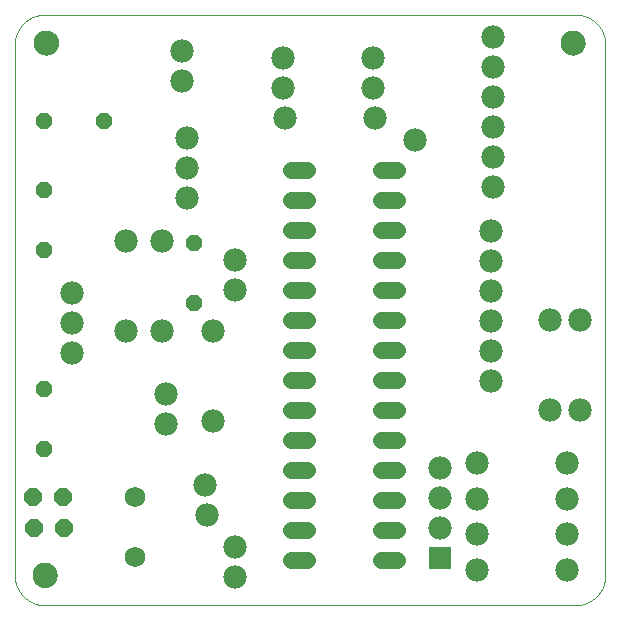
<source format=gts>
G75*
%MOIN*%
%OFA0B0*%
%FSLAX25Y25*%
%IPPOS*%
%LPD*%
%AMOC8*
5,1,8,0,0,1.08239X$1,22.5*
%
%ADD10C,0.00000*%
%ADD11C,0.08274*%
%ADD12C,0.05600*%
%ADD13OC8,0.05600*%
%ADD14OC8,0.06000*%
%ADD15C,0.06900*%
%ADD16C,0.07800*%
%ADD17R,0.07800X0.07800*%
D10*
X0037233Y0047233D02*
X0037233Y0224083D01*
X0037236Y0224325D01*
X0037245Y0224566D01*
X0037259Y0224807D01*
X0037280Y0225048D01*
X0037306Y0225288D01*
X0037338Y0225528D01*
X0037376Y0225767D01*
X0037419Y0226004D01*
X0037469Y0226241D01*
X0037524Y0226476D01*
X0037584Y0226710D01*
X0037651Y0226942D01*
X0037722Y0227173D01*
X0037800Y0227402D01*
X0037883Y0227629D01*
X0037971Y0227854D01*
X0038065Y0228077D01*
X0038164Y0228297D01*
X0038269Y0228515D01*
X0038378Y0228730D01*
X0038493Y0228943D01*
X0038613Y0229153D01*
X0038738Y0229359D01*
X0038868Y0229563D01*
X0039003Y0229764D01*
X0039143Y0229961D01*
X0039287Y0230155D01*
X0039436Y0230345D01*
X0039590Y0230531D01*
X0039748Y0230714D01*
X0039910Y0230893D01*
X0040077Y0231068D01*
X0040248Y0231239D01*
X0040423Y0231406D01*
X0040602Y0231568D01*
X0040785Y0231726D01*
X0040971Y0231880D01*
X0041161Y0232029D01*
X0041355Y0232173D01*
X0041552Y0232313D01*
X0041753Y0232448D01*
X0041957Y0232578D01*
X0042163Y0232703D01*
X0042373Y0232823D01*
X0042586Y0232938D01*
X0042801Y0233047D01*
X0043019Y0233152D01*
X0043239Y0233251D01*
X0043462Y0233345D01*
X0043687Y0233433D01*
X0043914Y0233516D01*
X0044143Y0233594D01*
X0044374Y0233665D01*
X0044606Y0233732D01*
X0044840Y0233792D01*
X0045075Y0233847D01*
X0045312Y0233897D01*
X0045549Y0233940D01*
X0045788Y0233978D01*
X0046028Y0234010D01*
X0046268Y0234036D01*
X0046509Y0234057D01*
X0046750Y0234071D01*
X0046991Y0234080D01*
X0047233Y0234083D01*
X0224083Y0234083D01*
X0219296Y0224733D02*
X0219298Y0224858D01*
X0219304Y0224983D01*
X0219314Y0225107D01*
X0219328Y0225231D01*
X0219345Y0225355D01*
X0219367Y0225478D01*
X0219393Y0225600D01*
X0219422Y0225722D01*
X0219455Y0225842D01*
X0219493Y0225961D01*
X0219533Y0226080D01*
X0219578Y0226196D01*
X0219626Y0226311D01*
X0219678Y0226425D01*
X0219734Y0226537D01*
X0219793Y0226647D01*
X0219855Y0226755D01*
X0219921Y0226862D01*
X0219990Y0226966D01*
X0220063Y0227067D01*
X0220138Y0227167D01*
X0220217Y0227264D01*
X0220299Y0227358D01*
X0220384Y0227450D01*
X0220471Y0227539D01*
X0220562Y0227625D01*
X0220655Y0227708D01*
X0220751Y0227789D01*
X0220849Y0227866D01*
X0220949Y0227940D01*
X0221052Y0228011D01*
X0221157Y0228078D01*
X0221265Y0228143D01*
X0221374Y0228203D01*
X0221485Y0228261D01*
X0221598Y0228314D01*
X0221712Y0228364D01*
X0221828Y0228411D01*
X0221945Y0228453D01*
X0222064Y0228492D01*
X0222184Y0228528D01*
X0222305Y0228559D01*
X0222427Y0228587D01*
X0222549Y0228610D01*
X0222673Y0228630D01*
X0222797Y0228646D01*
X0222921Y0228658D01*
X0223046Y0228666D01*
X0223171Y0228670D01*
X0223295Y0228670D01*
X0223420Y0228666D01*
X0223545Y0228658D01*
X0223669Y0228646D01*
X0223793Y0228630D01*
X0223917Y0228610D01*
X0224039Y0228587D01*
X0224161Y0228559D01*
X0224282Y0228528D01*
X0224402Y0228492D01*
X0224521Y0228453D01*
X0224638Y0228411D01*
X0224754Y0228364D01*
X0224868Y0228314D01*
X0224981Y0228261D01*
X0225092Y0228203D01*
X0225202Y0228143D01*
X0225309Y0228078D01*
X0225414Y0228011D01*
X0225517Y0227940D01*
X0225617Y0227866D01*
X0225715Y0227789D01*
X0225811Y0227708D01*
X0225904Y0227625D01*
X0225995Y0227539D01*
X0226082Y0227450D01*
X0226167Y0227358D01*
X0226249Y0227264D01*
X0226328Y0227167D01*
X0226403Y0227067D01*
X0226476Y0226966D01*
X0226545Y0226862D01*
X0226611Y0226755D01*
X0226673Y0226647D01*
X0226732Y0226537D01*
X0226788Y0226425D01*
X0226840Y0226311D01*
X0226888Y0226196D01*
X0226933Y0226080D01*
X0226973Y0225961D01*
X0227011Y0225842D01*
X0227044Y0225722D01*
X0227073Y0225600D01*
X0227099Y0225478D01*
X0227121Y0225355D01*
X0227138Y0225231D01*
X0227152Y0225107D01*
X0227162Y0224983D01*
X0227168Y0224858D01*
X0227170Y0224733D01*
X0227168Y0224608D01*
X0227162Y0224483D01*
X0227152Y0224359D01*
X0227138Y0224235D01*
X0227121Y0224111D01*
X0227099Y0223988D01*
X0227073Y0223866D01*
X0227044Y0223744D01*
X0227011Y0223624D01*
X0226973Y0223505D01*
X0226933Y0223386D01*
X0226888Y0223270D01*
X0226840Y0223155D01*
X0226788Y0223041D01*
X0226732Y0222929D01*
X0226673Y0222819D01*
X0226611Y0222711D01*
X0226545Y0222604D01*
X0226476Y0222500D01*
X0226403Y0222399D01*
X0226328Y0222299D01*
X0226249Y0222202D01*
X0226167Y0222108D01*
X0226082Y0222016D01*
X0225995Y0221927D01*
X0225904Y0221841D01*
X0225811Y0221758D01*
X0225715Y0221677D01*
X0225617Y0221600D01*
X0225517Y0221526D01*
X0225414Y0221455D01*
X0225309Y0221388D01*
X0225201Y0221323D01*
X0225092Y0221263D01*
X0224981Y0221205D01*
X0224868Y0221152D01*
X0224754Y0221102D01*
X0224638Y0221055D01*
X0224521Y0221013D01*
X0224402Y0220974D01*
X0224282Y0220938D01*
X0224161Y0220907D01*
X0224039Y0220879D01*
X0223917Y0220856D01*
X0223793Y0220836D01*
X0223669Y0220820D01*
X0223545Y0220808D01*
X0223420Y0220800D01*
X0223295Y0220796D01*
X0223171Y0220796D01*
X0223046Y0220800D01*
X0222921Y0220808D01*
X0222797Y0220820D01*
X0222673Y0220836D01*
X0222549Y0220856D01*
X0222427Y0220879D01*
X0222305Y0220907D01*
X0222184Y0220938D01*
X0222064Y0220974D01*
X0221945Y0221013D01*
X0221828Y0221055D01*
X0221712Y0221102D01*
X0221598Y0221152D01*
X0221485Y0221205D01*
X0221374Y0221263D01*
X0221264Y0221323D01*
X0221157Y0221388D01*
X0221052Y0221455D01*
X0220949Y0221526D01*
X0220849Y0221600D01*
X0220751Y0221677D01*
X0220655Y0221758D01*
X0220562Y0221841D01*
X0220471Y0221927D01*
X0220384Y0222016D01*
X0220299Y0222108D01*
X0220217Y0222202D01*
X0220138Y0222299D01*
X0220063Y0222399D01*
X0219990Y0222500D01*
X0219921Y0222604D01*
X0219855Y0222711D01*
X0219793Y0222819D01*
X0219734Y0222929D01*
X0219678Y0223041D01*
X0219626Y0223155D01*
X0219578Y0223270D01*
X0219533Y0223386D01*
X0219493Y0223505D01*
X0219455Y0223624D01*
X0219422Y0223744D01*
X0219393Y0223866D01*
X0219367Y0223988D01*
X0219345Y0224111D01*
X0219328Y0224235D01*
X0219314Y0224359D01*
X0219304Y0224483D01*
X0219298Y0224608D01*
X0219296Y0224733D01*
X0224083Y0234083D02*
X0224325Y0234080D01*
X0224566Y0234071D01*
X0224807Y0234057D01*
X0225048Y0234036D01*
X0225288Y0234010D01*
X0225528Y0233978D01*
X0225767Y0233940D01*
X0226004Y0233897D01*
X0226241Y0233847D01*
X0226476Y0233792D01*
X0226710Y0233732D01*
X0226942Y0233665D01*
X0227173Y0233594D01*
X0227402Y0233516D01*
X0227629Y0233433D01*
X0227854Y0233345D01*
X0228077Y0233251D01*
X0228297Y0233152D01*
X0228515Y0233047D01*
X0228730Y0232938D01*
X0228943Y0232823D01*
X0229153Y0232703D01*
X0229359Y0232578D01*
X0229563Y0232448D01*
X0229764Y0232313D01*
X0229961Y0232173D01*
X0230155Y0232029D01*
X0230345Y0231880D01*
X0230531Y0231726D01*
X0230714Y0231568D01*
X0230893Y0231406D01*
X0231068Y0231239D01*
X0231239Y0231068D01*
X0231406Y0230893D01*
X0231568Y0230714D01*
X0231726Y0230531D01*
X0231880Y0230345D01*
X0232029Y0230155D01*
X0232173Y0229961D01*
X0232313Y0229764D01*
X0232448Y0229563D01*
X0232578Y0229359D01*
X0232703Y0229153D01*
X0232823Y0228943D01*
X0232938Y0228730D01*
X0233047Y0228515D01*
X0233152Y0228297D01*
X0233251Y0228077D01*
X0233345Y0227854D01*
X0233433Y0227629D01*
X0233516Y0227402D01*
X0233594Y0227173D01*
X0233665Y0226942D01*
X0233732Y0226710D01*
X0233792Y0226476D01*
X0233847Y0226241D01*
X0233897Y0226004D01*
X0233940Y0225767D01*
X0233978Y0225528D01*
X0234010Y0225288D01*
X0234036Y0225048D01*
X0234057Y0224807D01*
X0234071Y0224566D01*
X0234080Y0224325D01*
X0234083Y0224083D01*
X0234083Y0047233D01*
X0234080Y0046991D01*
X0234071Y0046750D01*
X0234057Y0046509D01*
X0234036Y0046268D01*
X0234010Y0046028D01*
X0233978Y0045788D01*
X0233940Y0045549D01*
X0233897Y0045312D01*
X0233847Y0045075D01*
X0233792Y0044840D01*
X0233732Y0044606D01*
X0233665Y0044374D01*
X0233594Y0044143D01*
X0233516Y0043914D01*
X0233433Y0043687D01*
X0233345Y0043462D01*
X0233251Y0043239D01*
X0233152Y0043019D01*
X0233047Y0042801D01*
X0232938Y0042586D01*
X0232823Y0042373D01*
X0232703Y0042163D01*
X0232578Y0041957D01*
X0232448Y0041753D01*
X0232313Y0041552D01*
X0232173Y0041355D01*
X0232029Y0041161D01*
X0231880Y0040971D01*
X0231726Y0040785D01*
X0231568Y0040602D01*
X0231406Y0040423D01*
X0231239Y0040248D01*
X0231068Y0040077D01*
X0230893Y0039910D01*
X0230714Y0039748D01*
X0230531Y0039590D01*
X0230345Y0039436D01*
X0230155Y0039287D01*
X0229961Y0039143D01*
X0229764Y0039003D01*
X0229563Y0038868D01*
X0229359Y0038738D01*
X0229153Y0038613D01*
X0228943Y0038493D01*
X0228730Y0038378D01*
X0228515Y0038269D01*
X0228297Y0038164D01*
X0228077Y0038065D01*
X0227854Y0037971D01*
X0227629Y0037883D01*
X0227402Y0037800D01*
X0227173Y0037722D01*
X0226942Y0037651D01*
X0226710Y0037584D01*
X0226476Y0037524D01*
X0226241Y0037469D01*
X0226004Y0037419D01*
X0225767Y0037376D01*
X0225528Y0037338D01*
X0225288Y0037306D01*
X0225048Y0037280D01*
X0224807Y0037259D01*
X0224566Y0037245D01*
X0224325Y0037236D01*
X0224083Y0037233D01*
X0047233Y0037233D01*
X0043296Y0047233D02*
X0043298Y0047358D01*
X0043304Y0047483D01*
X0043314Y0047607D01*
X0043328Y0047731D01*
X0043345Y0047855D01*
X0043367Y0047978D01*
X0043393Y0048100D01*
X0043422Y0048222D01*
X0043455Y0048342D01*
X0043493Y0048461D01*
X0043533Y0048580D01*
X0043578Y0048696D01*
X0043626Y0048811D01*
X0043678Y0048925D01*
X0043734Y0049037D01*
X0043793Y0049147D01*
X0043855Y0049255D01*
X0043921Y0049362D01*
X0043990Y0049466D01*
X0044063Y0049567D01*
X0044138Y0049667D01*
X0044217Y0049764D01*
X0044299Y0049858D01*
X0044384Y0049950D01*
X0044471Y0050039D01*
X0044562Y0050125D01*
X0044655Y0050208D01*
X0044751Y0050289D01*
X0044849Y0050366D01*
X0044949Y0050440D01*
X0045052Y0050511D01*
X0045157Y0050578D01*
X0045265Y0050643D01*
X0045374Y0050703D01*
X0045485Y0050761D01*
X0045598Y0050814D01*
X0045712Y0050864D01*
X0045828Y0050911D01*
X0045945Y0050953D01*
X0046064Y0050992D01*
X0046184Y0051028D01*
X0046305Y0051059D01*
X0046427Y0051087D01*
X0046549Y0051110D01*
X0046673Y0051130D01*
X0046797Y0051146D01*
X0046921Y0051158D01*
X0047046Y0051166D01*
X0047171Y0051170D01*
X0047295Y0051170D01*
X0047420Y0051166D01*
X0047545Y0051158D01*
X0047669Y0051146D01*
X0047793Y0051130D01*
X0047917Y0051110D01*
X0048039Y0051087D01*
X0048161Y0051059D01*
X0048282Y0051028D01*
X0048402Y0050992D01*
X0048521Y0050953D01*
X0048638Y0050911D01*
X0048754Y0050864D01*
X0048868Y0050814D01*
X0048981Y0050761D01*
X0049092Y0050703D01*
X0049202Y0050643D01*
X0049309Y0050578D01*
X0049414Y0050511D01*
X0049517Y0050440D01*
X0049617Y0050366D01*
X0049715Y0050289D01*
X0049811Y0050208D01*
X0049904Y0050125D01*
X0049995Y0050039D01*
X0050082Y0049950D01*
X0050167Y0049858D01*
X0050249Y0049764D01*
X0050328Y0049667D01*
X0050403Y0049567D01*
X0050476Y0049466D01*
X0050545Y0049362D01*
X0050611Y0049255D01*
X0050673Y0049147D01*
X0050732Y0049037D01*
X0050788Y0048925D01*
X0050840Y0048811D01*
X0050888Y0048696D01*
X0050933Y0048580D01*
X0050973Y0048461D01*
X0051011Y0048342D01*
X0051044Y0048222D01*
X0051073Y0048100D01*
X0051099Y0047978D01*
X0051121Y0047855D01*
X0051138Y0047731D01*
X0051152Y0047607D01*
X0051162Y0047483D01*
X0051168Y0047358D01*
X0051170Y0047233D01*
X0051168Y0047108D01*
X0051162Y0046983D01*
X0051152Y0046859D01*
X0051138Y0046735D01*
X0051121Y0046611D01*
X0051099Y0046488D01*
X0051073Y0046366D01*
X0051044Y0046244D01*
X0051011Y0046124D01*
X0050973Y0046005D01*
X0050933Y0045886D01*
X0050888Y0045770D01*
X0050840Y0045655D01*
X0050788Y0045541D01*
X0050732Y0045429D01*
X0050673Y0045319D01*
X0050611Y0045211D01*
X0050545Y0045104D01*
X0050476Y0045000D01*
X0050403Y0044899D01*
X0050328Y0044799D01*
X0050249Y0044702D01*
X0050167Y0044608D01*
X0050082Y0044516D01*
X0049995Y0044427D01*
X0049904Y0044341D01*
X0049811Y0044258D01*
X0049715Y0044177D01*
X0049617Y0044100D01*
X0049517Y0044026D01*
X0049414Y0043955D01*
X0049309Y0043888D01*
X0049201Y0043823D01*
X0049092Y0043763D01*
X0048981Y0043705D01*
X0048868Y0043652D01*
X0048754Y0043602D01*
X0048638Y0043555D01*
X0048521Y0043513D01*
X0048402Y0043474D01*
X0048282Y0043438D01*
X0048161Y0043407D01*
X0048039Y0043379D01*
X0047917Y0043356D01*
X0047793Y0043336D01*
X0047669Y0043320D01*
X0047545Y0043308D01*
X0047420Y0043300D01*
X0047295Y0043296D01*
X0047171Y0043296D01*
X0047046Y0043300D01*
X0046921Y0043308D01*
X0046797Y0043320D01*
X0046673Y0043336D01*
X0046549Y0043356D01*
X0046427Y0043379D01*
X0046305Y0043407D01*
X0046184Y0043438D01*
X0046064Y0043474D01*
X0045945Y0043513D01*
X0045828Y0043555D01*
X0045712Y0043602D01*
X0045598Y0043652D01*
X0045485Y0043705D01*
X0045374Y0043763D01*
X0045264Y0043823D01*
X0045157Y0043888D01*
X0045052Y0043955D01*
X0044949Y0044026D01*
X0044849Y0044100D01*
X0044751Y0044177D01*
X0044655Y0044258D01*
X0044562Y0044341D01*
X0044471Y0044427D01*
X0044384Y0044516D01*
X0044299Y0044608D01*
X0044217Y0044702D01*
X0044138Y0044799D01*
X0044063Y0044899D01*
X0043990Y0045000D01*
X0043921Y0045104D01*
X0043855Y0045211D01*
X0043793Y0045319D01*
X0043734Y0045429D01*
X0043678Y0045541D01*
X0043626Y0045655D01*
X0043578Y0045770D01*
X0043533Y0045886D01*
X0043493Y0046005D01*
X0043455Y0046124D01*
X0043422Y0046244D01*
X0043393Y0046366D01*
X0043367Y0046488D01*
X0043345Y0046611D01*
X0043328Y0046735D01*
X0043314Y0046859D01*
X0043304Y0046983D01*
X0043298Y0047108D01*
X0043296Y0047233D01*
X0037233Y0047233D02*
X0037236Y0046991D01*
X0037245Y0046750D01*
X0037259Y0046509D01*
X0037280Y0046268D01*
X0037306Y0046028D01*
X0037338Y0045788D01*
X0037376Y0045549D01*
X0037419Y0045312D01*
X0037469Y0045075D01*
X0037524Y0044840D01*
X0037584Y0044606D01*
X0037651Y0044374D01*
X0037722Y0044143D01*
X0037800Y0043914D01*
X0037883Y0043687D01*
X0037971Y0043462D01*
X0038065Y0043239D01*
X0038164Y0043019D01*
X0038269Y0042801D01*
X0038378Y0042586D01*
X0038493Y0042373D01*
X0038613Y0042163D01*
X0038738Y0041957D01*
X0038868Y0041753D01*
X0039003Y0041552D01*
X0039143Y0041355D01*
X0039287Y0041161D01*
X0039436Y0040971D01*
X0039590Y0040785D01*
X0039748Y0040602D01*
X0039910Y0040423D01*
X0040077Y0040248D01*
X0040248Y0040077D01*
X0040423Y0039910D01*
X0040602Y0039748D01*
X0040785Y0039590D01*
X0040971Y0039436D01*
X0041161Y0039287D01*
X0041355Y0039143D01*
X0041552Y0039003D01*
X0041753Y0038868D01*
X0041957Y0038738D01*
X0042163Y0038613D01*
X0042373Y0038493D01*
X0042586Y0038378D01*
X0042801Y0038269D01*
X0043019Y0038164D01*
X0043239Y0038065D01*
X0043462Y0037971D01*
X0043687Y0037883D01*
X0043914Y0037800D01*
X0044143Y0037722D01*
X0044374Y0037651D01*
X0044606Y0037584D01*
X0044840Y0037524D01*
X0045075Y0037469D01*
X0045312Y0037419D01*
X0045549Y0037376D01*
X0045788Y0037338D01*
X0046028Y0037306D01*
X0046268Y0037280D01*
X0046509Y0037259D01*
X0046750Y0037245D01*
X0046991Y0037236D01*
X0047233Y0037233D01*
X0043796Y0224733D02*
X0043798Y0224858D01*
X0043804Y0224983D01*
X0043814Y0225107D01*
X0043828Y0225231D01*
X0043845Y0225355D01*
X0043867Y0225478D01*
X0043893Y0225600D01*
X0043922Y0225722D01*
X0043955Y0225842D01*
X0043993Y0225961D01*
X0044033Y0226080D01*
X0044078Y0226196D01*
X0044126Y0226311D01*
X0044178Y0226425D01*
X0044234Y0226537D01*
X0044293Y0226647D01*
X0044355Y0226755D01*
X0044421Y0226862D01*
X0044490Y0226966D01*
X0044563Y0227067D01*
X0044638Y0227167D01*
X0044717Y0227264D01*
X0044799Y0227358D01*
X0044884Y0227450D01*
X0044971Y0227539D01*
X0045062Y0227625D01*
X0045155Y0227708D01*
X0045251Y0227789D01*
X0045349Y0227866D01*
X0045449Y0227940D01*
X0045552Y0228011D01*
X0045657Y0228078D01*
X0045765Y0228143D01*
X0045874Y0228203D01*
X0045985Y0228261D01*
X0046098Y0228314D01*
X0046212Y0228364D01*
X0046328Y0228411D01*
X0046445Y0228453D01*
X0046564Y0228492D01*
X0046684Y0228528D01*
X0046805Y0228559D01*
X0046927Y0228587D01*
X0047049Y0228610D01*
X0047173Y0228630D01*
X0047297Y0228646D01*
X0047421Y0228658D01*
X0047546Y0228666D01*
X0047671Y0228670D01*
X0047795Y0228670D01*
X0047920Y0228666D01*
X0048045Y0228658D01*
X0048169Y0228646D01*
X0048293Y0228630D01*
X0048417Y0228610D01*
X0048539Y0228587D01*
X0048661Y0228559D01*
X0048782Y0228528D01*
X0048902Y0228492D01*
X0049021Y0228453D01*
X0049138Y0228411D01*
X0049254Y0228364D01*
X0049368Y0228314D01*
X0049481Y0228261D01*
X0049592Y0228203D01*
X0049702Y0228143D01*
X0049809Y0228078D01*
X0049914Y0228011D01*
X0050017Y0227940D01*
X0050117Y0227866D01*
X0050215Y0227789D01*
X0050311Y0227708D01*
X0050404Y0227625D01*
X0050495Y0227539D01*
X0050582Y0227450D01*
X0050667Y0227358D01*
X0050749Y0227264D01*
X0050828Y0227167D01*
X0050903Y0227067D01*
X0050976Y0226966D01*
X0051045Y0226862D01*
X0051111Y0226755D01*
X0051173Y0226647D01*
X0051232Y0226537D01*
X0051288Y0226425D01*
X0051340Y0226311D01*
X0051388Y0226196D01*
X0051433Y0226080D01*
X0051473Y0225961D01*
X0051511Y0225842D01*
X0051544Y0225722D01*
X0051573Y0225600D01*
X0051599Y0225478D01*
X0051621Y0225355D01*
X0051638Y0225231D01*
X0051652Y0225107D01*
X0051662Y0224983D01*
X0051668Y0224858D01*
X0051670Y0224733D01*
X0051668Y0224608D01*
X0051662Y0224483D01*
X0051652Y0224359D01*
X0051638Y0224235D01*
X0051621Y0224111D01*
X0051599Y0223988D01*
X0051573Y0223866D01*
X0051544Y0223744D01*
X0051511Y0223624D01*
X0051473Y0223505D01*
X0051433Y0223386D01*
X0051388Y0223270D01*
X0051340Y0223155D01*
X0051288Y0223041D01*
X0051232Y0222929D01*
X0051173Y0222819D01*
X0051111Y0222711D01*
X0051045Y0222604D01*
X0050976Y0222500D01*
X0050903Y0222399D01*
X0050828Y0222299D01*
X0050749Y0222202D01*
X0050667Y0222108D01*
X0050582Y0222016D01*
X0050495Y0221927D01*
X0050404Y0221841D01*
X0050311Y0221758D01*
X0050215Y0221677D01*
X0050117Y0221600D01*
X0050017Y0221526D01*
X0049914Y0221455D01*
X0049809Y0221388D01*
X0049701Y0221323D01*
X0049592Y0221263D01*
X0049481Y0221205D01*
X0049368Y0221152D01*
X0049254Y0221102D01*
X0049138Y0221055D01*
X0049021Y0221013D01*
X0048902Y0220974D01*
X0048782Y0220938D01*
X0048661Y0220907D01*
X0048539Y0220879D01*
X0048417Y0220856D01*
X0048293Y0220836D01*
X0048169Y0220820D01*
X0048045Y0220808D01*
X0047920Y0220800D01*
X0047795Y0220796D01*
X0047671Y0220796D01*
X0047546Y0220800D01*
X0047421Y0220808D01*
X0047297Y0220820D01*
X0047173Y0220836D01*
X0047049Y0220856D01*
X0046927Y0220879D01*
X0046805Y0220907D01*
X0046684Y0220938D01*
X0046564Y0220974D01*
X0046445Y0221013D01*
X0046328Y0221055D01*
X0046212Y0221102D01*
X0046098Y0221152D01*
X0045985Y0221205D01*
X0045874Y0221263D01*
X0045764Y0221323D01*
X0045657Y0221388D01*
X0045552Y0221455D01*
X0045449Y0221526D01*
X0045349Y0221600D01*
X0045251Y0221677D01*
X0045155Y0221758D01*
X0045062Y0221841D01*
X0044971Y0221927D01*
X0044884Y0222016D01*
X0044799Y0222108D01*
X0044717Y0222202D01*
X0044638Y0222299D01*
X0044563Y0222399D01*
X0044490Y0222500D01*
X0044421Y0222604D01*
X0044355Y0222711D01*
X0044293Y0222819D01*
X0044234Y0222929D01*
X0044178Y0223041D01*
X0044126Y0223155D01*
X0044078Y0223270D01*
X0044033Y0223386D01*
X0043993Y0223505D01*
X0043955Y0223624D01*
X0043922Y0223744D01*
X0043893Y0223866D01*
X0043867Y0223988D01*
X0043845Y0224111D01*
X0043828Y0224235D01*
X0043814Y0224359D01*
X0043804Y0224483D01*
X0043798Y0224608D01*
X0043796Y0224733D01*
D11*
X0047733Y0224733D03*
X0223233Y0224733D03*
X0047233Y0047233D03*
D12*
X0129389Y0052233D02*
X0134589Y0052233D01*
X0134589Y0062233D02*
X0129389Y0062233D01*
X0129389Y0072233D02*
X0134589Y0072233D01*
X0134589Y0082233D02*
X0129389Y0082233D01*
X0129389Y0092233D02*
X0134589Y0092233D01*
X0134589Y0102233D02*
X0129389Y0102233D01*
X0129389Y0112233D02*
X0134589Y0112233D01*
X0134589Y0122233D02*
X0129389Y0122233D01*
X0129389Y0132233D02*
X0134589Y0132233D01*
X0134589Y0142233D02*
X0129389Y0142233D01*
X0129389Y0152233D02*
X0134589Y0152233D01*
X0134589Y0162233D02*
X0129389Y0162233D01*
X0129389Y0172233D02*
X0134589Y0172233D01*
X0134589Y0182233D02*
X0129389Y0182233D01*
X0159389Y0182233D02*
X0164589Y0182233D01*
X0164589Y0172233D02*
X0159389Y0172233D01*
X0159389Y0162233D02*
X0164589Y0162233D01*
X0164589Y0152233D02*
X0159389Y0152233D01*
X0159389Y0142233D02*
X0164589Y0142233D01*
X0164589Y0132233D02*
X0159389Y0132233D01*
X0159389Y0122233D02*
X0164589Y0122233D01*
X0164589Y0112233D02*
X0159389Y0112233D01*
X0159389Y0102233D02*
X0164589Y0102233D01*
X0164589Y0092233D02*
X0159389Y0092233D01*
X0159389Y0082233D02*
X0164589Y0082233D01*
X0164589Y0072233D02*
X0159389Y0072233D01*
X0159389Y0062233D02*
X0164589Y0062233D01*
X0164589Y0052233D02*
X0159389Y0052233D01*
D13*
X0096973Y0137843D03*
X0096973Y0157843D03*
X0066855Y0198650D03*
X0046855Y0198650D03*
X0046973Y0175580D03*
X0046973Y0155580D03*
X0046993Y0109324D03*
X0046993Y0089324D03*
D14*
X0043272Y0073296D03*
X0053272Y0073296D03*
X0053784Y0063115D03*
X0043784Y0063115D03*
D15*
X0077406Y0053217D03*
X0077406Y0073217D03*
D16*
X0100733Y0077233D03*
X0101233Y0067233D03*
X0110733Y0056733D03*
X0110733Y0046733D03*
X0103233Y0098733D03*
X0087733Y0097733D03*
X0087733Y0107733D03*
X0086225Y0128532D03*
X0074414Y0128532D03*
X0056343Y0131209D03*
X0056343Y0141209D03*
X0056343Y0121209D03*
X0074414Y0158532D03*
X0086225Y0158532D03*
X0094611Y0172981D03*
X0094611Y0182981D03*
X0094611Y0192981D03*
X0093115Y0212036D03*
X0093115Y0222036D03*
X0126733Y0219733D03*
X0126733Y0209733D03*
X0127328Y0199792D03*
X0156733Y0209733D03*
X0157328Y0199792D03*
X0170733Y0192233D03*
X0196635Y0196772D03*
X0196635Y0186772D03*
X0196635Y0176772D03*
X0195981Y0161918D03*
X0195981Y0151918D03*
X0195981Y0141918D03*
X0195981Y0131918D03*
X0195981Y0121918D03*
X0195981Y0111918D03*
X0215733Y0102233D03*
X0225733Y0102233D03*
X0221461Y0084477D03*
X0221461Y0072666D03*
X0221461Y0060855D03*
X0221461Y0049044D03*
X0191461Y0049044D03*
X0191461Y0060855D03*
X0191461Y0072666D03*
X0191461Y0084477D03*
X0178902Y0082981D03*
X0178902Y0072981D03*
X0178902Y0062981D03*
X0215733Y0132233D03*
X0225733Y0132233D03*
X0196635Y0206772D03*
X0196635Y0216772D03*
X0196635Y0226772D03*
X0156733Y0219733D03*
X0110733Y0152233D03*
X0110733Y0142233D03*
X0103233Y0128733D03*
D17*
X0178902Y0052981D03*
M02*

</source>
